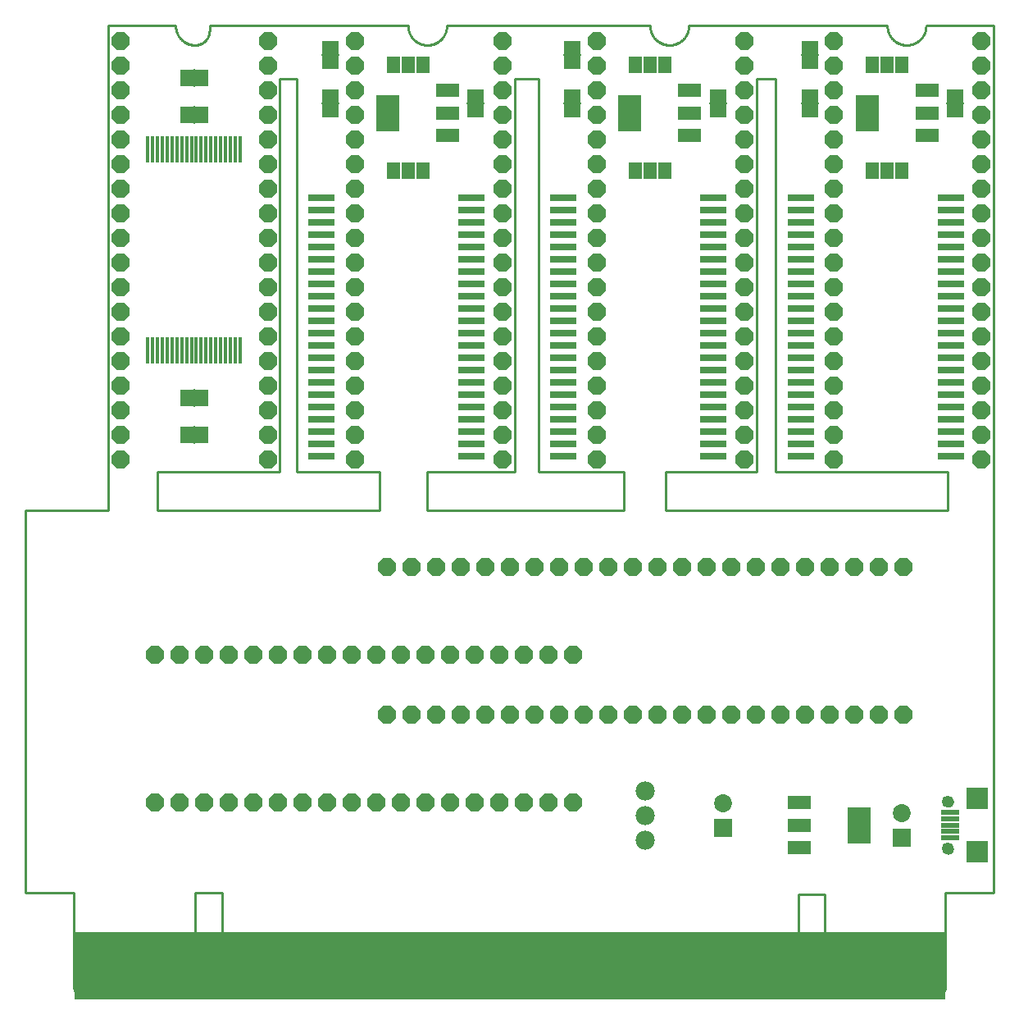
<source format=gts>
G75*
%MOIN*%
%OFA0B0*%
%FSLAX25Y25*%
%IPPOS*%
%LPD*%
%AMOC8*
5,1,8,0,0,1.08239X$1,22.5*
%
%ADD10C,0.01000*%
%ADD11R,3.54331X0.27559*%
%ADD12OC8,0.07200*%
%ADD13R,0.09600X0.05600*%
%ADD14R,0.09461X0.14973*%
%ADD15R,0.07300X0.07300*%
%ADD16C,0.07300*%
%ADD17C,0.07800*%
%ADD18R,0.07690X0.02375*%
%ADD19R,0.08674X0.08674*%
%ADD20C,0.00000*%
%ADD21C,0.04934*%
%ADD22R,0.07200X0.00600*%
%ADD23R,0.07100X0.05400*%
%ADD24R,0.05400X0.07100*%
%ADD25R,0.10800X0.02769*%
%ADD26R,0.00600X0.07200*%
%ADD27R,0.01587X0.10643*%
D10*
X0021485Y0005724D02*
X0021485Y0006118D01*
X0021485Y0005724D01*
X0021485Y0006118D02*
X0021485Y0044307D01*
X0001800Y0044307D01*
X0001800Y0199819D01*
X0035265Y0199819D01*
X0035265Y0215567D01*
X0035265Y0396669D01*
X0062824Y0396669D01*
X0062826Y0396479D01*
X0062833Y0396289D01*
X0062845Y0396099D01*
X0062861Y0395909D01*
X0062881Y0395720D01*
X0062907Y0395531D01*
X0062936Y0395343D01*
X0062971Y0395156D01*
X0063010Y0394970D01*
X0063053Y0394785D01*
X0063101Y0394600D01*
X0063153Y0394417D01*
X0063209Y0394236D01*
X0063270Y0394056D01*
X0063336Y0393877D01*
X0063405Y0393700D01*
X0063479Y0393524D01*
X0063557Y0393351D01*
X0063640Y0393179D01*
X0063726Y0393010D01*
X0063816Y0392842D01*
X0063911Y0392677D01*
X0064009Y0392514D01*
X0064112Y0392354D01*
X0064218Y0392196D01*
X0064328Y0392041D01*
X0064441Y0391888D01*
X0064559Y0391738D01*
X0064680Y0391592D01*
X0064804Y0391448D01*
X0064932Y0391307D01*
X0065063Y0391169D01*
X0065198Y0391034D01*
X0065336Y0390903D01*
X0065477Y0390775D01*
X0065621Y0390651D01*
X0065767Y0390530D01*
X0065917Y0390412D01*
X0066070Y0390299D01*
X0066225Y0390189D01*
X0066383Y0390083D01*
X0066543Y0389980D01*
X0066706Y0389882D01*
X0066871Y0389787D01*
X0067039Y0389697D01*
X0067208Y0389611D01*
X0067380Y0389528D01*
X0067553Y0389450D01*
X0067729Y0389376D01*
X0067906Y0389307D01*
X0068085Y0389241D01*
X0068265Y0389180D01*
X0068446Y0389124D01*
X0068629Y0389072D01*
X0068814Y0389024D01*
X0068999Y0388981D01*
X0069185Y0388942D01*
X0069372Y0388907D01*
X0069560Y0388878D01*
X0069749Y0388852D01*
X0069938Y0388832D01*
X0070128Y0388816D01*
X0070318Y0388804D01*
X0070508Y0388797D01*
X0070698Y0388795D01*
X0070850Y0388797D01*
X0071002Y0388803D01*
X0071154Y0388813D01*
X0071305Y0388826D01*
X0071456Y0388844D01*
X0071607Y0388865D01*
X0071757Y0388891D01*
X0071906Y0388920D01*
X0072055Y0388953D01*
X0072202Y0388990D01*
X0072349Y0389030D01*
X0072494Y0389075D01*
X0072638Y0389123D01*
X0072781Y0389175D01*
X0072923Y0389230D01*
X0073063Y0389289D01*
X0073202Y0389352D01*
X0073339Y0389418D01*
X0073474Y0389488D01*
X0073607Y0389561D01*
X0073738Y0389638D01*
X0073868Y0389718D01*
X0073995Y0389801D01*
X0074120Y0389887D01*
X0074243Y0389977D01*
X0074363Y0390070D01*
X0074481Y0390166D01*
X0074597Y0390265D01*
X0074710Y0390367D01*
X0074820Y0390471D01*
X0074928Y0390579D01*
X0075032Y0390689D01*
X0075134Y0390802D01*
X0075233Y0390918D01*
X0075329Y0391036D01*
X0075422Y0391156D01*
X0075512Y0391279D01*
X0075598Y0391404D01*
X0075681Y0391531D01*
X0075761Y0391661D01*
X0075838Y0391792D01*
X0075911Y0391925D01*
X0075981Y0392060D01*
X0076047Y0392197D01*
X0076110Y0392336D01*
X0076169Y0392476D01*
X0076224Y0392618D01*
X0076276Y0392761D01*
X0076324Y0392905D01*
X0076369Y0393050D01*
X0076409Y0393197D01*
X0076446Y0393344D01*
X0076479Y0393493D01*
X0076508Y0393642D01*
X0076534Y0393792D01*
X0076555Y0393943D01*
X0076573Y0394094D01*
X0076586Y0394245D01*
X0076596Y0394397D01*
X0076602Y0394549D01*
X0076604Y0394701D01*
X0076603Y0394701D02*
X0076603Y0396669D01*
X0105146Y0396669D01*
X0157312Y0396669D01*
X0157314Y0396479D01*
X0157321Y0396289D01*
X0157333Y0396099D01*
X0157349Y0395909D01*
X0157369Y0395720D01*
X0157395Y0395531D01*
X0157424Y0395343D01*
X0157459Y0395156D01*
X0157498Y0394970D01*
X0157541Y0394785D01*
X0157589Y0394600D01*
X0157641Y0394417D01*
X0157697Y0394236D01*
X0157758Y0394056D01*
X0157824Y0393877D01*
X0157893Y0393700D01*
X0157967Y0393524D01*
X0158045Y0393351D01*
X0158128Y0393179D01*
X0158214Y0393010D01*
X0158304Y0392842D01*
X0158399Y0392677D01*
X0158497Y0392514D01*
X0158600Y0392354D01*
X0158706Y0392196D01*
X0158816Y0392041D01*
X0158929Y0391888D01*
X0159047Y0391738D01*
X0159168Y0391592D01*
X0159292Y0391448D01*
X0159420Y0391307D01*
X0159551Y0391169D01*
X0159686Y0391034D01*
X0159824Y0390903D01*
X0159965Y0390775D01*
X0160109Y0390651D01*
X0160255Y0390530D01*
X0160405Y0390412D01*
X0160558Y0390299D01*
X0160713Y0390189D01*
X0160871Y0390083D01*
X0161031Y0389980D01*
X0161194Y0389882D01*
X0161359Y0389787D01*
X0161527Y0389697D01*
X0161696Y0389611D01*
X0161868Y0389528D01*
X0162041Y0389450D01*
X0162217Y0389376D01*
X0162394Y0389307D01*
X0162573Y0389241D01*
X0162753Y0389180D01*
X0162934Y0389124D01*
X0163117Y0389072D01*
X0163302Y0389024D01*
X0163487Y0388981D01*
X0163673Y0388942D01*
X0163860Y0388907D01*
X0164048Y0388878D01*
X0164237Y0388852D01*
X0164426Y0388832D01*
X0164616Y0388816D01*
X0164806Y0388804D01*
X0164996Y0388797D01*
X0165186Y0388795D01*
X0165376Y0388797D01*
X0165566Y0388804D01*
X0165756Y0388816D01*
X0165946Y0388832D01*
X0166135Y0388852D01*
X0166324Y0388878D01*
X0166512Y0388907D01*
X0166699Y0388942D01*
X0166885Y0388981D01*
X0167070Y0389024D01*
X0167255Y0389072D01*
X0167438Y0389124D01*
X0167619Y0389180D01*
X0167799Y0389241D01*
X0167978Y0389307D01*
X0168155Y0389376D01*
X0168331Y0389450D01*
X0168504Y0389528D01*
X0168676Y0389611D01*
X0168845Y0389697D01*
X0169013Y0389787D01*
X0169178Y0389882D01*
X0169341Y0389980D01*
X0169501Y0390083D01*
X0169659Y0390189D01*
X0169814Y0390299D01*
X0169967Y0390412D01*
X0170117Y0390530D01*
X0170263Y0390651D01*
X0170407Y0390775D01*
X0170548Y0390903D01*
X0170686Y0391034D01*
X0170821Y0391169D01*
X0170952Y0391307D01*
X0171080Y0391448D01*
X0171204Y0391592D01*
X0171325Y0391738D01*
X0171443Y0391888D01*
X0171556Y0392041D01*
X0171666Y0392196D01*
X0171772Y0392354D01*
X0171875Y0392514D01*
X0171973Y0392677D01*
X0172068Y0392842D01*
X0172158Y0393010D01*
X0172244Y0393179D01*
X0172327Y0393351D01*
X0172405Y0393524D01*
X0172479Y0393700D01*
X0172548Y0393877D01*
X0172614Y0394056D01*
X0172675Y0394236D01*
X0172731Y0394417D01*
X0172783Y0394600D01*
X0172831Y0394785D01*
X0172874Y0394970D01*
X0172913Y0395156D01*
X0172948Y0395343D01*
X0172977Y0395531D01*
X0173003Y0395720D01*
X0173023Y0395909D01*
X0173039Y0396099D01*
X0173051Y0396289D01*
X0173058Y0396479D01*
X0173060Y0396669D01*
X0255737Y0396669D01*
X0255739Y0396479D01*
X0255746Y0396289D01*
X0255758Y0396099D01*
X0255774Y0395909D01*
X0255794Y0395720D01*
X0255820Y0395531D01*
X0255849Y0395343D01*
X0255884Y0395156D01*
X0255923Y0394970D01*
X0255966Y0394785D01*
X0256014Y0394600D01*
X0256066Y0394417D01*
X0256122Y0394236D01*
X0256183Y0394056D01*
X0256249Y0393877D01*
X0256318Y0393700D01*
X0256392Y0393524D01*
X0256470Y0393351D01*
X0256553Y0393179D01*
X0256639Y0393010D01*
X0256729Y0392842D01*
X0256824Y0392677D01*
X0256922Y0392514D01*
X0257025Y0392354D01*
X0257131Y0392196D01*
X0257241Y0392041D01*
X0257354Y0391888D01*
X0257472Y0391738D01*
X0257593Y0391592D01*
X0257717Y0391448D01*
X0257845Y0391307D01*
X0257976Y0391169D01*
X0258111Y0391034D01*
X0258249Y0390903D01*
X0258390Y0390775D01*
X0258534Y0390651D01*
X0258680Y0390530D01*
X0258830Y0390412D01*
X0258983Y0390299D01*
X0259138Y0390189D01*
X0259296Y0390083D01*
X0259456Y0389980D01*
X0259619Y0389882D01*
X0259784Y0389787D01*
X0259952Y0389697D01*
X0260121Y0389611D01*
X0260293Y0389528D01*
X0260466Y0389450D01*
X0260642Y0389376D01*
X0260819Y0389307D01*
X0260998Y0389241D01*
X0261178Y0389180D01*
X0261359Y0389124D01*
X0261542Y0389072D01*
X0261727Y0389024D01*
X0261912Y0388981D01*
X0262098Y0388942D01*
X0262285Y0388907D01*
X0262473Y0388878D01*
X0262662Y0388852D01*
X0262851Y0388832D01*
X0263041Y0388816D01*
X0263231Y0388804D01*
X0263421Y0388797D01*
X0263611Y0388795D01*
X0263801Y0388797D01*
X0263991Y0388804D01*
X0264181Y0388816D01*
X0264371Y0388832D01*
X0264560Y0388852D01*
X0264749Y0388878D01*
X0264937Y0388907D01*
X0265124Y0388942D01*
X0265310Y0388981D01*
X0265495Y0389024D01*
X0265680Y0389072D01*
X0265863Y0389124D01*
X0266044Y0389180D01*
X0266224Y0389241D01*
X0266403Y0389307D01*
X0266580Y0389376D01*
X0266756Y0389450D01*
X0266929Y0389528D01*
X0267101Y0389611D01*
X0267270Y0389697D01*
X0267438Y0389787D01*
X0267603Y0389882D01*
X0267766Y0389980D01*
X0267926Y0390083D01*
X0268084Y0390189D01*
X0268239Y0390299D01*
X0268392Y0390412D01*
X0268542Y0390530D01*
X0268688Y0390651D01*
X0268832Y0390775D01*
X0268973Y0390903D01*
X0269111Y0391034D01*
X0269246Y0391169D01*
X0269377Y0391307D01*
X0269505Y0391448D01*
X0269629Y0391592D01*
X0269750Y0391738D01*
X0269868Y0391888D01*
X0269981Y0392041D01*
X0270091Y0392196D01*
X0270197Y0392354D01*
X0270300Y0392514D01*
X0270398Y0392677D01*
X0270493Y0392842D01*
X0270583Y0393010D01*
X0270669Y0393179D01*
X0270752Y0393351D01*
X0270830Y0393524D01*
X0270904Y0393700D01*
X0270973Y0393877D01*
X0271039Y0394056D01*
X0271100Y0394236D01*
X0271156Y0394417D01*
X0271208Y0394600D01*
X0271256Y0394785D01*
X0271299Y0394970D01*
X0271338Y0395156D01*
X0271373Y0395343D01*
X0271402Y0395531D01*
X0271428Y0395720D01*
X0271448Y0395909D01*
X0271464Y0396099D01*
X0271476Y0396289D01*
X0271483Y0396479D01*
X0271485Y0396669D01*
X0352194Y0396669D01*
X0352196Y0396479D01*
X0352203Y0396289D01*
X0352215Y0396099D01*
X0352231Y0395909D01*
X0352251Y0395720D01*
X0352277Y0395531D01*
X0352306Y0395343D01*
X0352341Y0395156D01*
X0352380Y0394970D01*
X0352423Y0394785D01*
X0352471Y0394600D01*
X0352523Y0394417D01*
X0352579Y0394236D01*
X0352640Y0394056D01*
X0352706Y0393877D01*
X0352775Y0393700D01*
X0352849Y0393524D01*
X0352927Y0393351D01*
X0353010Y0393179D01*
X0353096Y0393010D01*
X0353186Y0392842D01*
X0353281Y0392677D01*
X0353379Y0392514D01*
X0353482Y0392354D01*
X0353588Y0392196D01*
X0353698Y0392041D01*
X0353811Y0391888D01*
X0353929Y0391738D01*
X0354050Y0391592D01*
X0354174Y0391448D01*
X0354302Y0391307D01*
X0354433Y0391169D01*
X0354568Y0391034D01*
X0354706Y0390903D01*
X0354847Y0390775D01*
X0354991Y0390651D01*
X0355137Y0390530D01*
X0355287Y0390412D01*
X0355440Y0390299D01*
X0355595Y0390189D01*
X0355753Y0390083D01*
X0355913Y0389980D01*
X0356076Y0389882D01*
X0356241Y0389787D01*
X0356409Y0389697D01*
X0356578Y0389611D01*
X0356750Y0389528D01*
X0356923Y0389450D01*
X0357099Y0389376D01*
X0357276Y0389307D01*
X0357455Y0389241D01*
X0357635Y0389180D01*
X0357816Y0389124D01*
X0357999Y0389072D01*
X0358184Y0389024D01*
X0358369Y0388981D01*
X0358555Y0388942D01*
X0358742Y0388907D01*
X0358930Y0388878D01*
X0359119Y0388852D01*
X0359308Y0388832D01*
X0359498Y0388816D01*
X0359688Y0388804D01*
X0359878Y0388797D01*
X0360068Y0388795D01*
X0360258Y0388797D01*
X0360448Y0388804D01*
X0360638Y0388816D01*
X0360828Y0388832D01*
X0361017Y0388852D01*
X0361206Y0388878D01*
X0361394Y0388907D01*
X0361581Y0388942D01*
X0361767Y0388981D01*
X0361952Y0389024D01*
X0362137Y0389072D01*
X0362320Y0389124D01*
X0362501Y0389180D01*
X0362681Y0389241D01*
X0362860Y0389307D01*
X0363037Y0389376D01*
X0363213Y0389450D01*
X0363386Y0389528D01*
X0363558Y0389611D01*
X0363727Y0389697D01*
X0363895Y0389787D01*
X0364060Y0389882D01*
X0364223Y0389980D01*
X0364383Y0390083D01*
X0364541Y0390189D01*
X0364696Y0390299D01*
X0364849Y0390412D01*
X0364999Y0390530D01*
X0365145Y0390651D01*
X0365289Y0390775D01*
X0365430Y0390903D01*
X0365568Y0391034D01*
X0365703Y0391169D01*
X0365834Y0391307D01*
X0365962Y0391448D01*
X0366086Y0391592D01*
X0366207Y0391738D01*
X0366325Y0391888D01*
X0366438Y0392041D01*
X0366548Y0392196D01*
X0366654Y0392354D01*
X0366757Y0392514D01*
X0366855Y0392677D01*
X0366950Y0392842D01*
X0367040Y0393010D01*
X0367126Y0393179D01*
X0367209Y0393351D01*
X0367287Y0393524D01*
X0367361Y0393700D01*
X0367430Y0393877D01*
X0367496Y0394056D01*
X0367557Y0394236D01*
X0367613Y0394417D01*
X0367665Y0394600D01*
X0367713Y0394785D01*
X0367756Y0394970D01*
X0367795Y0395156D01*
X0367830Y0395343D01*
X0367859Y0395531D01*
X0367885Y0395720D01*
X0367905Y0395909D01*
X0367921Y0396099D01*
X0367933Y0396289D01*
X0367940Y0396479D01*
X0367942Y0396669D01*
X0395501Y0396669D01*
X0395501Y0044307D01*
X0375816Y0044307D01*
X0375816Y0006118D01*
X0375814Y0006008D01*
X0375808Y0005898D01*
X0375799Y0005789D01*
X0375785Y0005680D01*
X0375768Y0005571D01*
X0375747Y0005463D01*
X0375722Y0005356D01*
X0375694Y0005250D01*
X0375662Y0005145D01*
X0375626Y0005041D01*
X0375587Y0004938D01*
X0375544Y0004837D01*
X0375497Y0004737D01*
X0375447Y0004639D01*
X0375394Y0004543D01*
X0375337Y0004449D01*
X0375277Y0004357D01*
X0375214Y0004266D01*
X0375148Y0004179D01*
X0375079Y0004093D01*
X0375007Y0004010D01*
X0374932Y0003930D01*
X0374854Y0003852D01*
X0374774Y0003777D01*
X0374691Y0003705D01*
X0374605Y0003636D01*
X0374518Y0003570D01*
X0374427Y0003507D01*
X0374335Y0003447D01*
X0374241Y0003390D01*
X0374145Y0003337D01*
X0374047Y0003287D01*
X0373947Y0003240D01*
X0373846Y0003197D01*
X0373743Y0003158D01*
X0373639Y0003122D01*
X0373534Y0003090D01*
X0373428Y0003062D01*
X0373321Y0003037D01*
X0373213Y0003016D01*
X0373104Y0002999D01*
X0372995Y0002985D01*
X0372886Y0002976D01*
X0372776Y0002970D01*
X0372666Y0002968D01*
X0372666Y0002969D02*
X0332115Y0002969D01*
X0332115Y0002968D02*
X0331968Y0002970D01*
X0331822Y0002976D01*
X0331675Y0002986D01*
X0331529Y0002999D01*
X0331383Y0003017D01*
X0331238Y0003038D01*
X0331094Y0003063D01*
X0330950Y0003093D01*
X0330807Y0003125D01*
X0330665Y0003162D01*
X0330524Y0003203D01*
X0330384Y0003247D01*
X0330245Y0003295D01*
X0330108Y0003346D01*
X0329972Y0003402D01*
X0329837Y0003461D01*
X0329705Y0003523D01*
X0329573Y0003589D01*
X0329444Y0003658D01*
X0329317Y0003731D01*
X0329191Y0003807D01*
X0329068Y0003887D01*
X0328947Y0003970D01*
X0328828Y0004055D01*
X0328711Y0004145D01*
X0328597Y0004237D01*
X0328485Y0004332D01*
X0328376Y0004430D01*
X0328270Y0004531D01*
X0328166Y0004635D01*
X0328065Y0004741D01*
X0327967Y0004850D01*
X0327872Y0004962D01*
X0327780Y0005076D01*
X0327690Y0005193D01*
X0327605Y0005312D01*
X0327522Y0005433D01*
X0327442Y0005556D01*
X0327366Y0005682D01*
X0327293Y0005809D01*
X0327224Y0005938D01*
X0327158Y0006070D01*
X0327096Y0006202D01*
X0327037Y0006337D01*
X0326981Y0006473D01*
X0326930Y0006610D01*
X0326882Y0006749D01*
X0326838Y0006889D01*
X0326797Y0007030D01*
X0326760Y0007172D01*
X0326728Y0007315D01*
X0326698Y0007459D01*
X0326673Y0007603D01*
X0326652Y0007748D01*
X0326634Y0007894D01*
X0326621Y0008040D01*
X0326611Y0008187D01*
X0326605Y0008333D01*
X0326603Y0008480D01*
X0326603Y0043913D01*
X0315973Y0043913D01*
X0315973Y0006118D01*
X0315974Y0006118D02*
X0315972Y0006008D01*
X0315966Y0005898D01*
X0315957Y0005789D01*
X0315943Y0005680D01*
X0315926Y0005571D01*
X0315905Y0005463D01*
X0315880Y0005356D01*
X0315852Y0005250D01*
X0315820Y0005145D01*
X0315784Y0005041D01*
X0315745Y0004938D01*
X0315702Y0004837D01*
X0315655Y0004737D01*
X0315605Y0004639D01*
X0315552Y0004543D01*
X0315495Y0004449D01*
X0315435Y0004357D01*
X0315372Y0004266D01*
X0315306Y0004179D01*
X0315237Y0004093D01*
X0315165Y0004010D01*
X0315090Y0003930D01*
X0315012Y0003852D01*
X0314932Y0003777D01*
X0314849Y0003705D01*
X0314763Y0003636D01*
X0314676Y0003570D01*
X0314585Y0003507D01*
X0314493Y0003447D01*
X0314399Y0003390D01*
X0314303Y0003337D01*
X0314205Y0003287D01*
X0314105Y0003240D01*
X0314004Y0003197D01*
X0313901Y0003158D01*
X0313797Y0003122D01*
X0313692Y0003090D01*
X0313586Y0003062D01*
X0313479Y0003037D01*
X0313371Y0003016D01*
X0313262Y0002999D01*
X0313153Y0002985D01*
X0313044Y0002976D01*
X0312934Y0002970D01*
X0312824Y0002968D01*
X0312824Y0002969D02*
X0084871Y0002969D01*
X0084871Y0002968D02*
X0084761Y0002970D01*
X0084651Y0002976D01*
X0084542Y0002985D01*
X0084433Y0002999D01*
X0084324Y0003016D01*
X0084216Y0003037D01*
X0084109Y0003062D01*
X0084003Y0003090D01*
X0083898Y0003122D01*
X0083794Y0003158D01*
X0083691Y0003197D01*
X0083590Y0003240D01*
X0083490Y0003287D01*
X0083392Y0003337D01*
X0083296Y0003390D01*
X0083202Y0003447D01*
X0083110Y0003507D01*
X0083019Y0003570D01*
X0082932Y0003636D01*
X0082846Y0003705D01*
X0082763Y0003777D01*
X0082683Y0003852D01*
X0082605Y0003930D01*
X0082530Y0004010D01*
X0082458Y0004093D01*
X0082389Y0004179D01*
X0082323Y0004266D01*
X0082260Y0004357D01*
X0082200Y0004449D01*
X0082143Y0004543D01*
X0082090Y0004639D01*
X0082040Y0004737D01*
X0081993Y0004837D01*
X0081950Y0004938D01*
X0081911Y0005041D01*
X0081875Y0005145D01*
X0081843Y0005250D01*
X0081815Y0005356D01*
X0081790Y0005463D01*
X0081769Y0005571D01*
X0081752Y0005680D01*
X0081738Y0005789D01*
X0081729Y0005898D01*
X0081723Y0006008D01*
X0081721Y0006118D01*
X0081721Y0044307D01*
X0070698Y0044307D01*
X0070698Y0005724D01*
X0070696Y0005621D01*
X0070690Y0005518D01*
X0070681Y0005415D01*
X0070667Y0005313D01*
X0070650Y0005212D01*
X0070629Y0005111D01*
X0070604Y0005011D01*
X0070576Y0004912D01*
X0070543Y0004814D01*
X0070507Y0004717D01*
X0070468Y0004622D01*
X0070425Y0004528D01*
X0070379Y0004436D01*
X0070329Y0004346D01*
X0070276Y0004258D01*
X0070219Y0004171D01*
X0070159Y0004087D01*
X0070097Y0004006D01*
X0070031Y0003926D01*
X0069962Y0003849D01*
X0069891Y0003775D01*
X0069817Y0003704D01*
X0069740Y0003635D01*
X0069660Y0003569D01*
X0069579Y0003507D01*
X0069495Y0003447D01*
X0069408Y0003390D01*
X0069320Y0003337D01*
X0069230Y0003287D01*
X0069138Y0003241D01*
X0069044Y0003198D01*
X0068949Y0003159D01*
X0068852Y0003123D01*
X0068754Y0003090D01*
X0068655Y0003062D01*
X0068555Y0003037D01*
X0068454Y0003016D01*
X0068353Y0002999D01*
X0068251Y0002985D01*
X0068148Y0002976D01*
X0068045Y0002970D01*
X0067942Y0002968D01*
X0067942Y0002969D02*
X0024635Y0002969D01*
X0024635Y0002968D02*
X0024525Y0002970D01*
X0024415Y0002976D01*
X0024306Y0002985D01*
X0024197Y0002999D01*
X0024088Y0003016D01*
X0023980Y0003037D01*
X0023873Y0003062D01*
X0023767Y0003090D01*
X0023662Y0003122D01*
X0023558Y0003158D01*
X0023455Y0003197D01*
X0023354Y0003240D01*
X0023254Y0003287D01*
X0023156Y0003337D01*
X0023060Y0003390D01*
X0022966Y0003447D01*
X0022874Y0003507D01*
X0022783Y0003570D01*
X0022696Y0003636D01*
X0022610Y0003705D01*
X0022527Y0003777D01*
X0022447Y0003852D01*
X0022369Y0003930D01*
X0022294Y0004010D01*
X0022222Y0004093D01*
X0022153Y0004179D01*
X0022087Y0004266D01*
X0022024Y0004357D01*
X0021964Y0004449D01*
X0021907Y0004543D01*
X0021854Y0004639D01*
X0021804Y0004737D01*
X0021757Y0004837D01*
X0021714Y0004938D01*
X0021675Y0005041D01*
X0021639Y0005145D01*
X0021607Y0005250D01*
X0021579Y0005356D01*
X0021554Y0005463D01*
X0021533Y0005571D01*
X0021516Y0005680D01*
X0021502Y0005789D01*
X0021493Y0005898D01*
X0021487Y0006008D01*
X0021485Y0006118D01*
X0055540Y0199819D02*
X0055540Y0215567D01*
X0105146Y0215567D01*
X0105146Y0375016D01*
X0112036Y0375016D01*
X0112036Y0215567D01*
X0145698Y0215567D01*
X0145894Y0215567D01*
X0145894Y0199819D01*
X0055540Y0199819D01*
X0164989Y0199819D02*
X0164989Y0215567D01*
X0200619Y0215567D01*
X0200619Y0375016D01*
X0210461Y0375016D01*
X0210461Y0215567D01*
X0245107Y0215567D01*
X0245107Y0199819D01*
X0164989Y0199819D01*
X0200619Y0215567D02*
X0200619Y0375016D01*
X0210461Y0375016D02*
X0210461Y0215567D01*
X0262036Y0215567D02*
X0262036Y0199819D01*
X0376800Y0199819D01*
X0376800Y0215567D01*
X0306918Y0215567D01*
X0306918Y0375016D01*
X0299044Y0375016D01*
X0299044Y0215567D01*
X0262036Y0215567D01*
X0299044Y0215567D02*
X0299044Y0375016D01*
X0306918Y0375016D02*
X0306918Y0215567D01*
D11*
X0198650Y0014780D03*
D12*
X0194595Y0081236D03*
X0184595Y0081236D03*
X0174595Y0081236D03*
X0164595Y0081236D03*
X0154595Y0081236D03*
X0144595Y0081236D03*
X0134595Y0081236D03*
X0124595Y0081236D03*
X0114595Y0081236D03*
X0104595Y0081236D03*
X0094595Y0081236D03*
X0084595Y0081236D03*
X0074595Y0081236D03*
X0064595Y0081236D03*
X0054595Y0081236D03*
X0054595Y0141236D03*
X0064595Y0141236D03*
X0074595Y0141236D03*
X0084595Y0141236D03*
X0094595Y0141236D03*
X0104595Y0141236D03*
X0114595Y0141236D03*
X0124595Y0141236D03*
X0134595Y0141236D03*
X0144595Y0141236D03*
X0154595Y0141236D03*
X0164595Y0141236D03*
X0174595Y0141236D03*
X0184595Y0141236D03*
X0194595Y0141236D03*
X0204595Y0141236D03*
X0214595Y0141236D03*
X0224595Y0141236D03*
X0228769Y0116669D03*
X0238769Y0116669D03*
X0248769Y0116669D03*
X0258769Y0116669D03*
X0268769Y0116669D03*
X0278769Y0116669D03*
X0288769Y0116669D03*
X0298769Y0116669D03*
X0308769Y0116669D03*
X0318769Y0116669D03*
X0328769Y0116669D03*
X0338769Y0116669D03*
X0348769Y0116669D03*
X0358769Y0116669D03*
X0358769Y0176669D03*
X0348769Y0176669D03*
X0338769Y0176669D03*
X0328769Y0176669D03*
X0318769Y0176669D03*
X0308769Y0176669D03*
X0298769Y0176669D03*
X0288769Y0176669D03*
X0278769Y0176669D03*
X0268769Y0176669D03*
X0258769Y0176669D03*
X0248769Y0176669D03*
X0238769Y0176669D03*
X0228769Y0176669D03*
X0218769Y0176669D03*
X0208769Y0176669D03*
X0198769Y0176669D03*
X0188769Y0176669D03*
X0178769Y0176669D03*
X0168769Y0176669D03*
X0158769Y0176669D03*
X0148769Y0176669D03*
X0135619Y0220567D03*
X0135619Y0230567D03*
X0135619Y0240567D03*
X0135619Y0250567D03*
X0135619Y0260567D03*
X0135619Y0270567D03*
X0135619Y0280567D03*
X0135619Y0290567D03*
X0135619Y0300567D03*
X0135619Y0310567D03*
X0135619Y0320567D03*
X0135619Y0330567D03*
X0135619Y0340567D03*
X0135619Y0350567D03*
X0135619Y0360567D03*
X0135619Y0370567D03*
X0135619Y0380567D03*
X0135619Y0390567D03*
X0100265Y0390567D03*
X0100265Y0380567D03*
X0100265Y0370567D03*
X0100265Y0360567D03*
X0100265Y0350567D03*
X0100265Y0340567D03*
X0100265Y0330567D03*
X0100265Y0320567D03*
X0100265Y0310567D03*
X0100265Y0300567D03*
X0100265Y0290567D03*
X0100265Y0280567D03*
X0100265Y0270567D03*
X0100265Y0260567D03*
X0100265Y0250567D03*
X0100265Y0240567D03*
X0100265Y0230567D03*
X0100265Y0220567D03*
X0040265Y0220567D03*
X0040265Y0230567D03*
X0040265Y0240567D03*
X0040265Y0250567D03*
X0040265Y0260567D03*
X0040265Y0270567D03*
X0040265Y0280567D03*
X0040265Y0290567D03*
X0040265Y0300567D03*
X0040265Y0310567D03*
X0040265Y0320567D03*
X0040265Y0330567D03*
X0040265Y0340567D03*
X0040265Y0350567D03*
X0040265Y0360567D03*
X0040265Y0370567D03*
X0040265Y0380567D03*
X0040265Y0390567D03*
X0195619Y0390567D03*
X0195619Y0380567D03*
X0195619Y0370567D03*
X0195619Y0360567D03*
X0195619Y0350567D03*
X0195619Y0340567D03*
X0195619Y0330567D03*
X0195619Y0320567D03*
X0195619Y0310567D03*
X0195619Y0300567D03*
X0195619Y0290567D03*
X0195619Y0280567D03*
X0195619Y0270567D03*
X0195619Y0260567D03*
X0195619Y0250567D03*
X0195619Y0240567D03*
X0195619Y0230567D03*
X0195619Y0220567D03*
X0234044Y0220567D03*
X0234044Y0230567D03*
X0234044Y0240567D03*
X0234044Y0250567D03*
X0234044Y0260567D03*
X0234044Y0270567D03*
X0234044Y0280567D03*
X0234044Y0290567D03*
X0234044Y0300567D03*
X0234044Y0310567D03*
X0234044Y0320567D03*
X0234044Y0330567D03*
X0234044Y0340567D03*
X0234044Y0350567D03*
X0234044Y0360567D03*
X0234044Y0370567D03*
X0234044Y0380567D03*
X0234044Y0390567D03*
X0294044Y0390567D03*
X0294044Y0380567D03*
X0294044Y0370567D03*
X0294044Y0360567D03*
X0294044Y0350567D03*
X0294044Y0340567D03*
X0294044Y0330567D03*
X0294044Y0320567D03*
X0294044Y0310567D03*
X0294044Y0300567D03*
X0294044Y0290567D03*
X0294044Y0280567D03*
X0294044Y0270567D03*
X0294044Y0260567D03*
X0294044Y0250567D03*
X0294044Y0240567D03*
X0294044Y0230567D03*
X0294044Y0220567D03*
X0330501Y0220567D03*
X0330501Y0230567D03*
X0330501Y0240567D03*
X0330501Y0250567D03*
X0330501Y0260567D03*
X0330501Y0270567D03*
X0330501Y0280567D03*
X0330501Y0290567D03*
X0330501Y0300567D03*
X0330501Y0310567D03*
X0330501Y0320567D03*
X0330501Y0330567D03*
X0330501Y0340567D03*
X0330501Y0350567D03*
X0330501Y0360567D03*
X0330501Y0370567D03*
X0330501Y0380567D03*
X0330501Y0390567D03*
X0390501Y0390567D03*
X0390501Y0380567D03*
X0390501Y0370567D03*
X0390501Y0360567D03*
X0390501Y0350567D03*
X0390501Y0340567D03*
X0390501Y0330567D03*
X0390501Y0320567D03*
X0390501Y0310567D03*
X0390501Y0300567D03*
X0390501Y0290567D03*
X0390501Y0280567D03*
X0390501Y0270567D03*
X0390501Y0260567D03*
X0390501Y0250567D03*
X0390501Y0240567D03*
X0390501Y0230567D03*
X0390501Y0220567D03*
X0224595Y0081236D03*
X0214595Y0081236D03*
X0204595Y0081236D03*
X0208769Y0116669D03*
X0218769Y0116669D03*
X0198769Y0116669D03*
X0188769Y0116669D03*
X0178769Y0116669D03*
X0168769Y0116669D03*
X0158769Y0116669D03*
X0148769Y0116669D03*
D13*
X0316372Y0080966D03*
X0316372Y0071866D03*
X0316372Y0062766D03*
X0271874Y0352136D03*
X0271874Y0361236D03*
X0271874Y0370336D03*
X0368331Y0370336D03*
X0368331Y0361236D03*
X0368331Y0352136D03*
X0173449Y0352136D03*
X0173449Y0361236D03*
X0173449Y0370336D03*
D14*
X0149048Y0361236D03*
X0247473Y0361236D03*
X0343930Y0361236D03*
X0340772Y0071866D03*
D15*
X0358099Y0066866D03*
X0285265Y0070803D03*
D16*
X0285265Y0080803D03*
X0358099Y0076866D03*
D17*
X0253769Y0075803D03*
X0253769Y0085803D03*
X0253769Y0065803D03*
D18*
X0377686Y0066748D03*
X0377686Y0069307D03*
X0377686Y0071866D03*
X0377686Y0074425D03*
X0377686Y0076984D03*
D19*
X0388808Y0082594D03*
X0388808Y0061138D03*
D20*
X0374812Y0062319D02*
X0374814Y0062410D01*
X0374820Y0062500D01*
X0374830Y0062591D01*
X0374844Y0062680D01*
X0374862Y0062769D01*
X0374883Y0062858D01*
X0374909Y0062945D01*
X0374938Y0063031D01*
X0374972Y0063115D01*
X0375008Y0063198D01*
X0375049Y0063280D01*
X0375093Y0063359D01*
X0375140Y0063437D01*
X0375191Y0063512D01*
X0375245Y0063585D01*
X0375302Y0063655D01*
X0375362Y0063723D01*
X0375425Y0063789D01*
X0375491Y0063851D01*
X0375560Y0063910D01*
X0375631Y0063967D01*
X0375705Y0064020D01*
X0375781Y0064070D01*
X0375859Y0064117D01*
X0375939Y0064160D01*
X0376020Y0064199D01*
X0376104Y0064235D01*
X0376189Y0064267D01*
X0376275Y0064296D01*
X0376362Y0064320D01*
X0376451Y0064341D01*
X0376540Y0064358D01*
X0376630Y0064371D01*
X0376720Y0064380D01*
X0376811Y0064385D01*
X0376902Y0064386D01*
X0376992Y0064383D01*
X0377083Y0064376D01*
X0377173Y0064365D01*
X0377263Y0064350D01*
X0377352Y0064331D01*
X0377440Y0064309D01*
X0377526Y0064282D01*
X0377612Y0064252D01*
X0377696Y0064218D01*
X0377779Y0064180D01*
X0377860Y0064139D01*
X0377939Y0064094D01*
X0378016Y0064045D01*
X0378090Y0063994D01*
X0378163Y0063939D01*
X0378233Y0063881D01*
X0378300Y0063820D01*
X0378364Y0063756D01*
X0378426Y0063690D01*
X0378485Y0063620D01*
X0378540Y0063549D01*
X0378593Y0063474D01*
X0378642Y0063398D01*
X0378688Y0063320D01*
X0378730Y0063239D01*
X0378769Y0063157D01*
X0378804Y0063073D01*
X0378835Y0062988D01*
X0378862Y0062901D01*
X0378886Y0062814D01*
X0378906Y0062725D01*
X0378922Y0062636D01*
X0378934Y0062546D01*
X0378942Y0062455D01*
X0378946Y0062364D01*
X0378946Y0062274D01*
X0378942Y0062183D01*
X0378934Y0062092D01*
X0378922Y0062002D01*
X0378906Y0061913D01*
X0378886Y0061824D01*
X0378862Y0061737D01*
X0378835Y0061650D01*
X0378804Y0061565D01*
X0378769Y0061481D01*
X0378730Y0061399D01*
X0378688Y0061318D01*
X0378642Y0061240D01*
X0378593Y0061164D01*
X0378540Y0061089D01*
X0378485Y0061018D01*
X0378426Y0060948D01*
X0378364Y0060882D01*
X0378300Y0060818D01*
X0378233Y0060757D01*
X0378163Y0060699D01*
X0378090Y0060644D01*
X0378016Y0060593D01*
X0377939Y0060544D01*
X0377860Y0060499D01*
X0377779Y0060458D01*
X0377696Y0060420D01*
X0377612Y0060386D01*
X0377526Y0060356D01*
X0377440Y0060329D01*
X0377352Y0060307D01*
X0377263Y0060288D01*
X0377173Y0060273D01*
X0377083Y0060262D01*
X0376992Y0060255D01*
X0376902Y0060252D01*
X0376811Y0060253D01*
X0376720Y0060258D01*
X0376630Y0060267D01*
X0376540Y0060280D01*
X0376451Y0060297D01*
X0376362Y0060318D01*
X0376275Y0060342D01*
X0376189Y0060371D01*
X0376104Y0060403D01*
X0376020Y0060439D01*
X0375939Y0060478D01*
X0375859Y0060521D01*
X0375781Y0060568D01*
X0375705Y0060618D01*
X0375631Y0060671D01*
X0375560Y0060728D01*
X0375491Y0060787D01*
X0375425Y0060849D01*
X0375362Y0060915D01*
X0375302Y0060983D01*
X0375245Y0061053D01*
X0375191Y0061126D01*
X0375140Y0061201D01*
X0375093Y0061279D01*
X0375049Y0061358D01*
X0375008Y0061440D01*
X0374972Y0061523D01*
X0374938Y0061607D01*
X0374909Y0061693D01*
X0374883Y0061780D01*
X0374862Y0061869D01*
X0374844Y0061958D01*
X0374830Y0062047D01*
X0374820Y0062138D01*
X0374814Y0062228D01*
X0374812Y0062319D01*
X0374812Y0081413D02*
X0374814Y0081504D01*
X0374820Y0081594D01*
X0374830Y0081685D01*
X0374844Y0081774D01*
X0374862Y0081863D01*
X0374883Y0081952D01*
X0374909Y0082039D01*
X0374938Y0082125D01*
X0374972Y0082209D01*
X0375008Y0082292D01*
X0375049Y0082374D01*
X0375093Y0082453D01*
X0375140Y0082531D01*
X0375191Y0082606D01*
X0375245Y0082679D01*
X0375302Y0082749D01*
X0375362Y0082817D01*
X0375425Y0082883D01*
X0375491Y0082945D01*
X0375560Y0083004D01*
X0375631Y0083061D01*
X0375705Y0083114D01*
X0375781Y0083164D01*
X0375859Y0083211D01*
X0375939Y0083254D01*
X0376020Y0083293D01*
X0376104Y0083329D01*
X0376189Y0083361D01*
X0376275Y0083390D01*
X0376362Y0083414D01*
X0376451Y0083435D01*
X0376540Y0083452D01*
X0376630Y0083465D01*
X0376720Y0083474D01*
X0376811Y0083479D01*
X0376902Y0083480D01*
X0376992Y0083477D01*
X0377083Y0083470D01*
X0377173Y0083459D01*
X0377263Y0083444D01*
X0377352Y0083425D01*
X0377440Y0083403D01*
X0377526Y0083376D01*
X0377612Y0083346D01*
X0377696Y0083312D01*
X0377779Y0083274D01*
X0377860Y0083233D01*
X0377939Y0083188D01*
X0378016Y0083139D01*
X0378090Y0083088D01*
X0378163Y0083033D01*
X0378233Y0082975D01*
X0378300Y0082914D01*
X0378364Y0082850D01*
X0378426Y0082784D01*
X0378485Y0082714D01*
X0378540Y0082643D01*
X0378593Y0082568D01*
X0378642Y0082492D01*
X0378688Y0082414D01*
X0378730Y0082333D01*
X0378769Y0082251D01*
X0378804Y0082167D01*
X0378835Y0082082D01*
X0378862Y0081995D01*
X0378886Y0081908D01*
X0378906Y0081819D01*
X0378922Y0081730D01*
X0378934Y0081640D01*
X0378942Y0081549D01*
X0378946Y0081458D01*
X0378946Y0081368D01*
X0378942Y0081277D01*
X0378934Y0081186D01*
X0378922Y0081096D01*
X0378906Y0081007D01*
X0378886Y0080918D01*
X0378862Y0080831D01*
X0378835Y0080744D01*
X0378804Y0080659D01*
X0378769Y0080575D01*
X0378730Y0080493D01*
X0378688Y0080412D01*
X0378642Y0080334D01*
X0378593Y0080258D01*
X0378540Y0080183D01*
X0378485Y0080112D01*
X0378426Y0080042D01*
X0378364Y0079976D01*
X0378300Y0079912D01*
X0378233Y0079851D01*
X0378163Y0079793D01*
X0378090Y0079738D01*
X0378016Y0079687D01*
X0377939Y0079638D01*
X0377860Y0079593D01*
X0377779Y0079552D01*
X0377696Y0079514D01*
X0377612Y0079480D01*
X0377526Y0079450D01*
X0377440Y0079423D01*
X0377352Y0079401D01*
X0377263Y0079382D01*
X0377173Y0079367D01*
X0377083Y0079356D01*
X0376992Y0079349D01*
X0376902Y0079346D01*
X0376811Y0079347D01*
X0376720Y0079352D01*
X0376630Y0079361D01*
X0376540Y0079374D01*
X0376451Y0079391D01*
X0376362Y0079412D01*
X0376275Y0079436D01*
X0376189Y0079465D01*
X0376104Y0079497D01*
X0376020Y0079533D01*
X0375939Y0079572D01*
X0375859Y0079615D01*
X0375781Y0079662D01*
X0375705Y0079712D01*
X0375631Y0079765D01*
X0375560Y0079822D01*
X0375491Y0079881D01*
X0375425Y0079943D01*
X0375362Y0080009D01*
X0375302Y0080077D01*
X0375245Y0080147D01*
X0375191Y0080220D01*
X0375140Y0080295D01*
X0375093Y0080373D01*
X0375049Y0080452D01*
X0375008Y0080534D01*
X0374972Y0080617D01*
X0374938Y0080701D01*
X0374909Y0080787D01*
X0374883Y0080874D01*
X0374862Y0080963D01*
X0374844Y0081052D01*
X0374830Y0081141D01*
X0374820Y0081232D01*
X0374814Y0081322D01*
X0374812Y0081413D01*
D21*
X0376879Y0081413D03*
X0376879Y0062319D03*
D22*
X0379753Y0365173D03*
X0320698Y0365173D03*
X0320698Y0384858D03*
X0283296Y0365173D03*
X0224241Y0365173D03*
X0224241Y0384858D03*
X0184871Y0365173D03*
X0125816Y0365173D03*
X0125816Y0384858D03*
D23*
X0125816Y0381858D03*
X0125816Y0387858D03*
X0125816Y0368173D03*
X0125816Y0362173D03*
X0184871Y0362173D03*
X0184871Y0368173D03*
X0224241Y0368173D03*
X0224241Y0362173D03*
X0224241Y0381858D03*
X0224241Y0387858D03*
X0283296Y0368173D03*
X0283296Y0362173D03*
X0320698Y0362173D03*
X0320698Y0368173D03*
X0320698Y0381858D03*
X0320698Y0387858D03*
X0379753Y0368173D03*
X0379753Y0362173D03*
D24*
X0358194Y0380921D03*
X0352194Y0380921D03*
X0346194Y0380921D03*
X0346194Y0337614D03*
X0352194Y0337614D03*
X0358194Y0337614D03*
X0261737Y0337614D03*
X0255737Y0337614D03*
X0249737Y0337614D03*
X0249737Y0380921D03*
X0255737Y0380921D03*
X0261737Y0380921D03*
X0163312Y0380921D03*
X0157312Y0380921D03*
X0151312Y0380921D03*
X0151312Y0337614D03*
X0157312Y0337614D03*
X0163312Y0337614D03*
X0073265Y0360567D03*
X0067265Y0360567D03*
X0067265Y0375567D03*
X0073265Y0375567D03*
X0073265Y0245567D03*
X0067265Y0245567D03*
X0067265Y0230567D03*
X0073265Y0230567D03*
D25*
X0122087Y0231728D03*
X0122087Y0236728D03*
X0122087Y0241728D03*
X0122087Y0246728D03*
X0122087Y0251728D03*
X0122087Y0256728D03*
X0122087Y0261728D03*
X0122087Y0266728D03*
X0122087Y0271728D03*
X0122087Y0276728D03*
X0122087Y0281728D03*
X0122087Y0286728D03*
X0122087Y0291728D03*
X0122087Y0296728D03*
X0122087Y0301728D03*
X0122087Y0306728D03*
X0122087Y0311728D03*
X0122087Y0316728D03*
X0122087Y0321728D03*
X0122087Y0326728D03*
X0183087Y0326728D03*
X0183087Y0321728D03*
X0183087Y0316728D03*
X0183087Y0311728D03*
X0183087Y0306728D03*
X0183087Y0301728D03*
X0183087Y0296728D03*
X0183087Y0291728D03*
X0183087Y0286728D03*
X0183087Y0281728D03*
X0183087Y0276728D03*
X0183087Y0271728D03*
X0183087Y0266728D03*
X0183087Y0261728D03*
X0183087Y0256728D03*
X0183087Y0251728D03*
X0183087Y0246728D03*
X0183087Y0241728D03*
X0183087Y0236728D03*
X0183087Y0231728D03*
X0183087Y0226728D03*
X0183087Y0221728D03*
X0220513Y0221728D03*
X0220513Y0226728D03*
X0220513Y0231728D03*
X0220513Y0236728D03*
X0220513Y0241728D03*
X0220513Y0246728D03*
X0220513Y0251728D03*
X0220513Y0256728D03*
X0220513Y0261728D03*
X0220513Y0266728D03*
X0220513Y0271728D03*
X0220513Y0276728D03*
X0220513Y0281728D03*
X0220513Y0286728D03*
X0220513Y0291728D03*
X0220513Y0296728D03*
X0220513Y0301728D03*
X0220513Y0306728D03*
X0220513Y0311728D03*
X0220513Y0316728D03*
X0220513Y0321728D03*
X0220513Y0326728D03*
X0281513Y0326728D03*
X0281513Y0321728D03*
X0281513Y0316728D03*
X0281513Y0311728D03*
X0281513Y0306728D03*
X0281513Y0301728D03*
X0281513Y0296728D03*
X0281513Y0291728D03*
X0281513Y0286728D03*
X0281513Y0281728D03*
X0281513Y0276728D03*
X0281513Y0271728D03*
X0281513Y0266728D03*
X0281513Y0261728D03*
X0281513Y0256728D03*
X0281513Y0251728D03*
X0281513Y0246728D03*
X0281513Y0241728D03*
X0281513Y0236728D03*
X0281513Y0231728D03*
X0281513Y0226728D03*
X0281513Y0221728D03*
X0316969Y0221728D03*
X0316969Y0226728D03*
X0316969Y0231728D03*
X0316969Y0236728D03*
X0316969Y0241728D03*
X0316969Y0246728D03*
X0316969Y0251728D03*
X0316969Y0256728D03*
X0316969Y0261728D03*
X0316969Y0266728D03*
X0316969Y0271728D03*
X0316969Y0276728D03*
X0316969Y0281728D03*
X0316969Y0286728D03*
X0316969Y0291728D03*
X0316969Y0296728D03*
X0316969Y0301728D03*
X0316969Y0306728D03*
X0316969Y0311728D03*
X0316969Y0316728D03*
X0316969Y0321728D03*
X0316969Y0326728D03*
X0377969Y0326728D03*
X0377969Y0321728D03*
X0377969Y0316728D03*
X0377969Y0311728D03*
X0377969Y0306728D03*
X0377969Y0301728D03*
X0377969Y0296728D03*
X0377969Y0291728D03*
X0377969Y0286728D03*
X0377969Y0281728D03*
X0377969Y0276728D03*
X0377969Y0271728D03*
X0377969Y0266728D03*
X0377969Y0261728D03*
X0377969Y0256728D03*
X0377969Y0251728D03*
X0377969Y0246728D03*
X0377969Y0241728D03*
X0377969Y0236728D03*
X0377969Y0231728D03*
X0377969Y0226728D03*
X0377969Y0221728D03*
X0122087Y0221728D03*
X0122087Y0226728D03*
D26*
X0070265Y0230567D03*
X0070265Y0245567D03*
X0070265Y0360567D03*
X0070265Y0375567D03*
D27*
X0071249Y0346512D03*
X0073217Y0346512D03*
X0075186Y0346512D03*
X0077154Y0346512D03*
X0079123Y0346512D03*
X0081091Y0346512D03*
X0083060Y0346512D03*
X0085028Y0346512D03*
X0086997Y0346512D03*
X0088965Y0346512D03*
X0069280Y0346512D03*
X0067312Y0346512D03*
X0065343Y0346512D03*
X0063375Y0346512D03*
X0061406Y0346512D03*
X0059438Y0346512D03*
X0057469Y0346512D03*
X0055501Y0346512D03*
X0053532Y0346512D03*
X0051564Y0346512D03*
X0051564Y0264622D03*
X0053532Y0264622D03*
X0055501Y0264622D03*
X0057469Y0264622D03*
X0059438Y0264622D03*
X0061406Y0264622D03*
X0063375Y0264622D03*
X0065343Y0264622D03*
X0067312Y0264622D03*
X0069280Y0264622D03*
X0071249Y0264622D03*
X0073217Y0264622D03*
X0075186Y0264622D03*
X0077154Y0264622D03*
X0079123Y0264622D03*
X0081091Y0264622D03*
X0083060Y0264622D03*
X0085028Y0264622D03*
X0086997Y0264622D03*
X0088965Y0264622D03*
M02*

</source>
